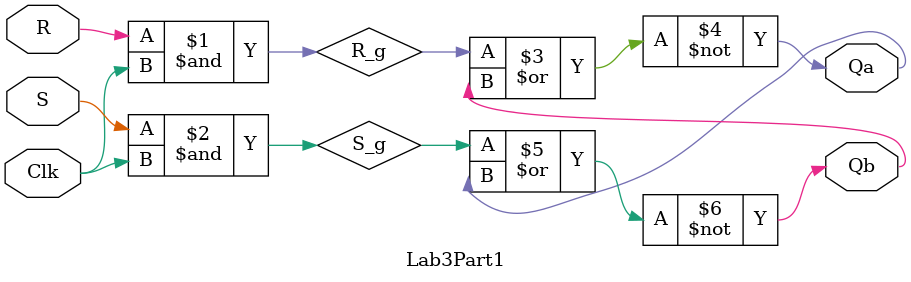
<source format=v>

module Lab3Part1 (
    input  Clk,   // level-sensitive enable
    input  R,     // reset input
    input  S,     // set input
    output Qa,    // latch output
    output Qb     // complement output
);

    wire R_g;     // gated reset
    wire S_g;     // gated set

    assign R_g = R & Clk;      // R only active when Clk=1
    assign S_g = S & Clk;      // S only active when Clk=1

    assign Qa = ~(R_g | Qb);   // NOR latch equation
    assign Qb = ~(S_g | Qa);   // cross-coupled NOR feedback

endmodule

</source>
